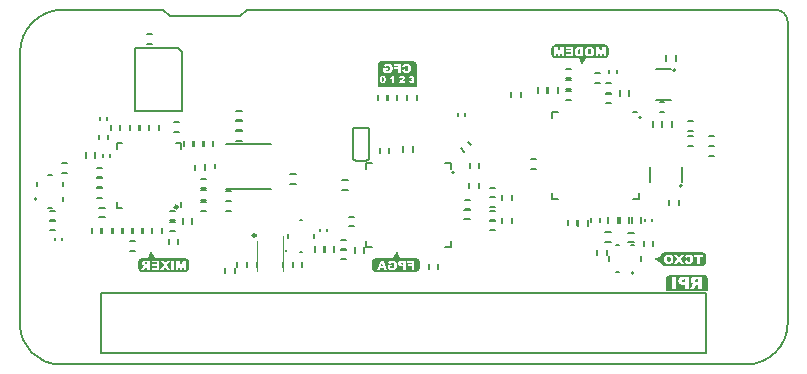
<source format=gbo>
G04*
G04 #@! TF.GenerationSoftware,Altium Limited,CircuitStudio,1.5.2 (30)*
G04*
G04 Layer_Color=52428*
%FSLAX25Y25*%
%MOIN*%
G70*
G01*
G75*
%ADD49C,0.00800*%
%ADD55C,0.00600*%
%ADD56C,0.00500*%
%ADD103C,0.00787*%
%ADD173C,0.00984*%
%ADD174C,0.00984*%
%ADD175C,0.00394*%
G36*
X1262876Y732681D02*
X1248676D01*
Y736481D01*
X1262876D01*
Y732681D01*
D02*
G37*
G36*
X1090576Y730681D02*
X1074576D01*
Y734481D01*
X1090576D01*
Y730681D01*
D02*
G37*
G36*
X1167376D02*
X1152376D01*
Y734481D01*
X1167376D01*
Y730681D01*
D02*
G37*
G36*
X1230276Y801881D02*
X1212276D01*
Y805681D01*
X1230276D01*
Y801881D01*
D02*
G37*
G36*
X1166376Y796381D02*
X1166776D01*
Y792581D01*
X1153976D01*
Y796381D01*
X1154376D01*
Y800081D01*
X1166376D01*
Y796381D01*
D02*
G37*
G36*
X1079538Y734806D02*
X1077188Y734806D01*
X1078363Y737156D01*
X1079538Y734806D01*
D02*
G37*
G36*
X1161363Y734806D02*
X1159013Y734806D01*
X1160188Y737156D01*
X1161363Y734806D01*
D02*
G37*
G36*
X1223238Y801556D02*
X1222063Y799206D01*
X1220888Y801556D01*
X1223238Y801556D01*
D02*
G37*
G36*
X1248251Y733419D02*
X1245901Y734594D01*
X1248251Y735769D01*
X1248251Y733419D01*
D02*
G37*
G36*
X1263476Y724381D02*
X1250476D01*
Y728781D01*
X1263476D01*
Y724381D01*
D02*
G37*
%LPC*%
G36*
X1222377Y805252D02*
X1220918D01*
X1220879Y805246D01*
X1220840D01*
X1220746Y805235D01*
X1220635Y805224D01*
X1220524Y805202D01*
X1220413Y805174D01*
X1220313Y805135D01*
X1220307D01*
X1220302Y805130D01*
X1220268Y805113D01*
X1220224Y805091D01*
X1220163Y805052D01*
X1220096Y805008D01*
X1220024Y804952D01*
X1219958Y804885D01*
X1219891Y804813D01*
X1219885Y804802D01*
X1219863Y804774D01*
X1219835Y804736D01*
X1219796Y804675D01*
X1219758Y804603D01*
X1219719Y804519D01*
X1219685Y804425D01*
X1219652Y804325D01*
Y804319D01*
X1219647Y804314D01*
Y804297D01*
X1219641Y804275D01*
X1219630Y804220D01*
X1219613Y804147D01*
X1219597Y804059D01*
X1219586Y803959D01*
X1219580Y803853D01*
X1219575Y803737D01*
Y803731D01*
Y803714D01*
Y803692D01*
Y803659D01*
X1219580Y803615D01*
Y803570D01*
X1219591Y803459D01*
X1219602Y803343D01*
X1219625Y803215D01*
X1219652Y803093D01*
X1219691Y802982D01*
Y802976D01*
X1219697Y802971D01*
X1219713Y802938D01*
X1219736Y802888D01*
X1219769Y802826D01*
X1219813Y802754D01*
X1219869Y802682D01*
X1219930Y802604D01*
X1220002Y802532D01*
X1220013Y802527D01*
X1220035Y802505D01*
X1220074Y802471D01*
X1220124Y802432D01*
X1220191Y802394D01*
X1220257Y802355D01*
X1220335Y802316D01*
X1220418Y802288D01*
X1220424D01*
X1220429Y802283D01*
X1220446D01*
X1220468Y802277D01*
X1220529Y802266D01*
X1220607Y802249D01*
X1220690Y802233D01*
X1220790Y802221D01*
X1220884Y802216D01*
X1220984Y802210D01*
X1222377D01*
Y805252D01*
D02*
G37*
G36*
X1081122Y734102D02*
X1078602D01*
Y733452D01*
X1080178D01*
Y732970D01*
X1078718D01*
Y732348D01*
X1080178D01*
Y731749D01*
X1078557D01*
Y731060D01*
X1081122D01*
Y734102D01*
D02*
G37*
G36*
X1219081Y805252D02*
X1216561D01*
Y804603D01*
X1218137D01*
Y804120D01*
X1216677D01*
Y803498D01*
X1218137D01*
Y802899D01*
X1216516D01*
Y802210D01*
X1219081D01*
Y805252D01*
D02*
G37*
G36*
X1229953D02*
X1228715D01*
X1228244Y803398D01*
X1227766Y805252D01*
X1226529D01*
Y802210D01*
X1227300D01*
Y804530D01*
X1227894Y802210D01*
X1228593D01*
X1229182Y804530D01*
Y802210D01*
X1229953D01*
Y805252D01*
D02*
G37*
G36*
X1216022D02*
X1214785D01*
X1214313Y803398D01*
X1213836Y805252D01*
X1212598D01*
Y802210D01*
X1213370D01*
Y804530D01*
X1213964Y802210D01*
X1214663D01*
X1215251Y804530D01*
Y802210D01*
X1216022D01*
Y805252D01*
D02*
G37*
G36*
X1078041Y734102D02*
X1076365D01*
X1076326Y734096D01*
X1076226Y734091D01*
X1076121Y734085D01*
X1076010Y734068D01*
X1075904Y734052D01*
X1075810Y734024D01*
X1075799Y734019D01*
X1075771Y734007D01*
X1075727Y733991D01*
X1075677Y733963D01*
X1075616Y733924D01*
X1075555Y733874D01*
X1075494Y733819D01*
X1075438Y733747D01*
X1075433Y733736D01*
X1075416Y733713D01*
X1075394Y733669D01*
X1075366Y733608D01*
X1075338Y733536D01*
X1075316Y733452D01*
X1075299Y733358D01*
X1075294Y733253D01*
Y733242D01*
Y733208D01*
X1075299Y733164D01*
X1075305Y733103D01*
X1075322Y733036D01*
X1075338Y732964D01*
X1075366Y732886D01*
X1075405Y732814D01*
X1075410Y732809D01*
X1075422Y732786D01*
X1075449Y732753D01*
X1075483Y732709D01*
X1075527Y732664D01*
X1075577Y732614D01*
X1075638Y732564D01*
X1075705Y732520D01*
X1075710Y732514D01*
X1075727Y732509D01*
X1075755Y732492D01*
X1075788Y732476D01*
X1075838Y732459D01*
X1075893Y732437D01*
X1075960Y732420D01*
X1076032Y732398D01*
X1076027D01*
X1076004Y732387D01*
X1075977Y732376D01*
X1075938Y732365D01*
X1075860Y732326D01*
X1075821Y732309D01*
X1075788Y732287D01*
X1075777Y732281D01*
X1075766Y732270D01*
X1075749Y732254D01*
X1075727Y732231D01*
X1075705Y732204D01*
X1075671Y732170D01*
X1075638Y732126D01*
X1075632Y732120D01*
X1075621Y732104D01*
X1075605Y732082D01*
X1075583Y732059D01*
X1075538Y731993D01*
X1075521Y731965D01*
X1075505Y731937D01*
X1075044Y731060D01*
X1076110D01*
X1076615Y731987D01*
X1076620Y731993D01*
X1076632Y732015D01*
X1076648Y732048D01*
X1076670Y732082D01*
X1076726Y732159D01*
X1076759Y732193D01*
X1076787Y732220D01*
X1076793Y732226D01*
X1076804Y732231D01*
X1076826Y732242D01*
X1076853Y732259D01*
X1076887Y732270D01*
X1076926Y732281D01*
X1076970Y732287D01*
X1077020Y732293D01*
X1077098D01*
Y731060D01*
X1078041D01*
Y734102D01*
D02*
G37*
G36*
X1261874Y728609D02*
X1259640D01*
X1259588Y728601D01*
X1259455Y728594D01*
X1259314Y728586D01*
X1259166Y728564D01*
X1259025Y728542D01*
X1258900Y728505D01*
X1258885Y728498D01*
X1258848Y728483D01*
X1258789Y728461D01*
X1258722Y728424D01*
X1258641Y728372D01*
X1258559Y728305D01*
X1258478Y728231D01*
X1258404Y728135D01*
X1258396Y728120D01*
X1258374Y728091D01*
X1258345Y728031D01*
X1258308Y727950D01*
X1258271Y727854D01*
X1258241Y727743D01*
X1258219Y727617D01*
X1258211Y727477D01*
Y727462D01*
Y727417D01*
X1258219Y727358D01*
X1258226Y727277D01*
X1258248Y727188D01*
X1258271Y727092D01*
X1258308Y726988D01*
X1258359Y726892D01*
X1258367Y726885D01*
X1258382Y726855D01*
X1258419Y726811D01*
X1258463Y726751D01*
X1258522Y726692D01*
X1258589Y726625D01*
X1258670Y726559D01*
X1258759Y726500D01*
X1258766Y726492D01*
X1258789Y726485D01*
X1258826Y726463D01*
X1258870Y726440D01*
X1258937Y726418D01*
X1259011Y726389D01*
X1259099Y726367D01*
X1259196Y726337D01*
X1259188D01*
X1259159Y726322D01*
X1259122Y726307D01*
X1259070Y726293D01*
X1258966Y726241D01*
X1258914Y726219D01*
X1258870Y726189D01*
X1258855Y726182D01*
X1258840Y726167D01*
X1258818Y726145D01*
X1258789Y726115D01*
X1258759Y726078D01*
X1258715Y726033D01*
X1258670Y725974D01*
X1258663Y725967D01*
X1258648Y725945D01*
X1258626Y725915D01*
X1258596Y725885D01*
X1258537Y725797D01*
X1258515Y725760D01*
X1258493Y725723D01*
X1257878Y724553D01*
X1259299D01*
X1259973Y725789D01*
X1259980Y725797D01*
X1259995Y725826D01*
X1260017Y725871D01*
X1260047Y725915D01*
X1260121Y726019D01*
X1260165Y726063D01*
X1260202Y726100D01*
X1260209Y726108D01*
X1260224Y726115D01*
X1260254Y726130D01*
X1260291Y726152D01*
X1260335Y726167D01*
X1260387Y726182D01*
X1260446Y726189D01*
X1260513Y726196D01*
X1260616D01*
Y724553D01*
X1261874D01*
Y728609D01*
D02*
G37*
G36*
X1250889Y736102D02*
X1250817D01*
X1250767Y736096D01*
X1250700Y736091D01*
X1250628Y736080D01*
X1250545Y736068D01*
X1250461Y736052D01*
X1250367Y736030D01*
X1250273Y736002D01*
X1250173Y735969D01*
X1250078Y735930D01*
X1249984Y735880D01*
X1249890Y735824D01*
X1249807Y735763D01*
X1249723Y735691D01*
X1249718Y735685D01*
X1249707Y735674D01*
X1249685Y735647D01*
X1249657Y735619D01*
X1249629Y735574D01*
X1249590Y735525D01*
X1249551Y735463D01*
X1249512Y735397D01*
X1249474Y735319D01*
X1249440Y735236D01*
X1249401Y735142D01*
X1249374Y735042D01*
X1249346Y734931D01*
X1249324Y734814D01*
X1249313Y734687D01*
X1249307Y734553D01*
Y734548D01*
Y734531D01*
Y734503D01*
Y734465D01*
X1249313Y734420D01*
X1249318Y734365D01*
X1249324Y734309D01*
X1249329Y734242D01*
X1249352Y734104D01*
X1249385Y733959D01*
X1249429Y733815D01*
X1249490Y733676D01*
Y733671D01*
X1249496Y733660D01*
X1249507Y733643D01*
X1249524Y733621D01*
X1249562Y733560D01*
X1249623Y733482D01*
X1249696Y733399D01*
X1249784Y733310D01*
X1249884Y733227D01*
X1250006Y733149D01*
X1250012D01*
X1250023Y733144D01*
X1250040Y733133D01*
X1250067Y733121D01*
X1250101Y733105D01*
X1250140Y733088D01*
X1250184Y733072D01*
X1250239Y733055D01*
X1250301Y733038D01*
X1250362Y733021D01*
X1250506Y732988D01*
X1250672Y732966D01*
X1250856Y732961D01*
X1250939D01*
X1250983Y732966D01*
X1251033Y732972D01*
X1251089D01*
X1251155Y732983D01*
X1251288Y732999D01*
X1251427Y733027D01*
X1251571Y733066D01*
X1251705Y733121D01*
X1251710D01*
X1251721Y733127D01*
X1251738Y733138D01*
X1251760Y733155D01*
X1251821Y733194D01*
X1251899Y733249D01*
X1251988Y733316D01*
X1252077Y733410D01*
X1252171Y733516D01*
X1252254Y733638D01*
Y733643D01*
X1252265Y733654D01*
X1252271Y733676D01*
X1252287Y733704D01*
X1252304Y733738D01*
X1252321Y733776D01*
X1252337Y733826D01*
X1252354Y733882D01*
X1252376Y733943D01*
X1252393Y734009D01*
X1252409Y734082D01*
X1252426Y734165D01*
X1252448Y734337D01*
X1252460Y734526D01*
Y734537D01*
Y734559D01*
X1252454Y734598D01*
Y734648D01*
X1252448Y734709D01*
X1252437Y734781D01*
X1252426Y734864D01*
X1252409Y734947D01*
X1252387Y735042D01*
X1252360Y735136D01*
X1252326Y735230D01*
X1252287Y735330D01*
X1252238Y735425D01*
X1252182Y735519D01*
X1252121Y735602D01*
X1252049Y735685D01*
X1252043Y735691D01*
X1252027Y735702D01*
X1252004Y735724D01*
X1251971Y735752D01*
X1251927Y735780D01*
X1251877Y735819D01*
X1251816Y735858D01*
X1251749Y735896D01*
X1251671Y735935D01*
X1251583Y735969D01*
X1251488Y736007D01*
X1251383Y736035D01*
X1251272Y736063D01*
X1251150Y736085D01*
X1251022Y736096D01*
X1250889Y736102D01*
D02*
G37*
G36*
X1253335Y728609D02*
X1252077D01*
Y724553D01*
X1253335D01*
Y728609D01*
D02*
G37*
G36*
X1257486D02*
X1255340D01*
X1255296Y728601D01*
X1255237D01*
X1255170Y728594D01*
X1255022Y728572D01*
X1254859Y728527D01*
X1254689Y728468D01*
X1254526Y728394D01*
X1254452Y728342D01*
X1254386Y728283D01*
X1254378D01*
X1254371Y728268D01*
X1254356Y728246D01*
X1254334Y728224D01*
X1254275Y728150D01*
X1254215Y728046D01*
X1254156Y727913D01*
X1254097Y727758D01*
X1254060Y727573D01*
X1254045Y727477D01*
Y727365D01*
Y727358D01*
Y727336D01*
Y727306D01*
X1254053Y727262D01*
Y727210D01*
X1254067Y727151D01*
X1254090Y727018D01*
X1254134Y726862D01*
X1254201Y726699D01*
X1254245Y726618D01*
X1254289Y726544D01*
X1254349Y726470D01*
X1254415Y726404D01*
X1254423D01*
X1254430Y726389D01*
X1254452Y726374D01*
X1254482Y726352D01*
X1254526Y726322D01*
X1254571Y726293D01*
X1254630Y726263D01*
X1254696Y726233D01*
X1254770Y726204D01*
X1254852Y726174D01*
X1254948Y726145D01*
X1255052Y726115D01*
X1255163Y726093D01*
X1255281Y726078D01*
X1255407Y726070D01*
X1255547Y726063D01*
X1256228D01*
Y724553D01*
X1257486D01*
Y728609D01*
D02*
G37*
G36*
X1255862Y736052D02*
X1254824D01*
X1254291Y735114D01*
X1253764Y736052D01*
X1252737D01*
X1253686Y734576D01*
X1252648Y733010D01*
X1253703D01*
X1254308Y733987D01*
X1254907Y733010D01*
X1255956D01*
X1254907Y734592D01*
X1255862Y736052D01*
D02*
G37*
G36*
X1224475Y805302D02*
X1224403D01*
X1224353Y805296D01*
X1224286Y805291D01*
X1224214Y805280D01*
X1224131Y805268D01*
X1224048Y805252D01*
X1223954Y805230D01*
X1223859Y805202D01*
X1223759Y805169D01*
X1223665Y805130D01*
X1223571Y805080D01*
X1223476Y805024D01*
X1223393Y804963D01*
X1223310Y804891D01*
X1223304Y804885D01*
X1223293Y804874D01*
X1223271Y804847D01*
X1223243Y804819D01*
X1223215Y804774D01*
X1223176Y804725D01*
X1223138Y804663D01*
X1223099Y804597D01*
X1223060Y804519D01*
X1223027Y804436D01*
X1222988Y804342D01*
X1222960Y804242D01*
X1222932Y804131D01*
X1222910Y804014D01*
X1222899Y803887D01*
X1222893Y803753D01*
Y803748D01*
Y803731D01*
Y803703D01*
Y803664D01*
X1222899Y803620D01*
X1222904Y803565D01*
X1222910Y803509D01*
X1222916Y803442D01*
X1222938Y803304D01*
X1222971Y803160D01*
X1223015Y803015D01*
X1223077Y802876D01*
Y802871D01*
X1223082Y802860D01*
X1223093Y802843D01*
X1223110Y802821D01*
X1223149Y802760D01*
X1223210Y802682D01*
X1223282Y802599D01*
X1223371Y802510D01*
X1223471Y802427D01*
X1223593Y802349D01*
X1223598D01*
X1223609Y802344D01*
X1223626Y802332D01*
X1223654Y802321D01*
X1223687Y802305D01*
X1223726Y802288D01*
X1223770Y802271D01*
X1223826Y802255D01*
X1223887Y802238D01*
X1223948Y802221D01*
X1224092Y802188D01*
X1224259Y802166D01*
X1224442Y802160D01*
X1224525D01*
X1224570Y802166D01*
X1224619Y802172D01*
X1224675D01*
X1224742Y802183D01*
X1224875Y802199D01*
X1225014Y802227D01*
X1225158Y802266D01*
X1225291Y802321D01*
X1225297D01*
X1225308Y802327D01*
X1225324Y802338D01*
X1225346Y802355D01*
X1225408Y802394D01*
X1225485Y802449D01*
X1225574Y802516D01*
X1225663Y802610D01*
X1225757Y802715D01*
X1225840Y802838D01*
Y802843D01*
X1225852Y802854D01*
X1225857Y802876D01*
X1225874Y802904D01*
X1225890Y802938D01*
X1225907Y802976D01*
X1225924Y803026D01*
X1225940Y803082D01*
X1225963Y803143D01*
X1225979Y803209D01*
X1225996Y803282D01*
X1226013Y803365D01*
X1226035Y803537D01*
X1226046Y803726D01*
Y803737D01*
Y803759D01*
X1226040Y803798D01*
Y803848D01*
X1226035Y803909D01*
X1226024Y803981D01*
X1226013Y804064D01*
X1225996Y804147D01*
X1225974Y804242D01*
X1225946Y804336D01*
X1225913Y804430D01*
X1225874Y804530D01*
X1225824Y804625D01*
X1225768Y804719D01*
X1225707Y804802D01*
X1225635Y804885D01*
X1225630Y804891D01*
X1225613Y804902D01*
X1225591Y804924D01*
X1225557Y804952D01*
X1225513Y804980D01*
X1225463Y805019D01*
X1225402Y805058D01*
X1225335Y805096D01*
X1225258Y805135D01*
X1225169Y805169D01*
X1225075Y805207D01*
X1224969Y805235D01*
X1224858Y805263D01*
X1224736Y805285D01*
X1224608Y805296D01*
X1224475Y805302D01*
D02*
G37*
G36*
X1262244Y736052D02*
X1259386D01*
Y735303D01*
X1260346D01*
Y733010D01*
X1261284D01*
Y735303D01*
X1262244D01*
Y736052D01*
D02*
G37*
G36*
X1257532Y736102D02*
X1257477D01*
X1257438Y736096D01*
X1257388D01*
X1257332Y736091D01*
X1257271Y736085D01*
X1257205Y736074D01*
X1257055Y736046D01*
X1256905Y736002D01*
X1256761Y735946D01*
X1256694Y735908D01*
X1256627Y735869D01*
X1256622D01*
X1256611Y735858D01*
X1256594Y735847D01*
X1256572Y735824D01*
X1256544Y735802D01*
X1256511Y735769D01*
X1256478Y735736D01*
X1256439Y735691D01*
X1256400Y735647D01*
X1256361Y735591D01*
X1256317Y735536D01*
X1256278Y735469D01*
X1256239Y735397D01*
X1256200Y735325D01*
X1256167Y735242D01*
X1256134Y735153D01*
X1256966Y734970D01*
Y734975D01*
X1256972Y734992D01*
X1256983Y735019D01*
X1256994Y735047D01*
X1257027Y735114D01*
X1257044Y735142D01*
X1257060Y735169D01*
X1257066Y735175D01*
X1257071Y735186D01*
X1257094Y735208D01*
X1257116Y735230D01*
X1257177Y735286D01*
X1257255Y735336D01*
X1257260Y735341D01*
X1257271Y735347D01*
X1257299Y735358D01*
X1257327Y735369D01*
X1257366Y735380D01*
X1257410Y735386D01*
X1257460Y735397D01*
X1257543D01*
X1257560Y735391D01*
X1257621Y735386D01*
X1257693Y735364D01*
X1257771Y735336D01*
X1257854Y735286D01*
X1257932Y735225D01*
X1257965Y735181D01*
X1257998Y735136D01*
X1258004Y735125D01*
X1258021Y735103D01*
X1258037Y735053D01*
X1258059Y734992D01*
X1258087Y734908D01*
X1258104Y734809D01*
X1258121Y734687D01*
X1258126Y734542D01*
Y734537D01*
Y734520D01*
Y734492D01*
Y734459D01*
X1258121Y734420D01*
Y734370D01*
X1258109Y734265D01*
X1258087Y734154D01*
X1258065Y734037D01*
X1258026Y733932D01*
X1258004Y733887D01*
X1257976Y733848D01*
X1257971Y733843D01*
X1257948Y733821D01*
X1257910Y733793D01*
X1257865Y733760D01*
X1257804Y733721D01*
X1257726Y733693D01*
X1257643Y733671D01*
X1257543Y733665D01*
X1257499D01*
X1257449Y733671D01*
X1257388Y733682D01*
X1257321Y733704D01*
X1257255Y733726D01*
X1257188Y733765D01*
X1257133Y733815D01*
X1257127Y733821D01*
X1257110Y733843D01*
X1257083Y733876D01*
X1257055Y733926D01*
X1257022Y733987D01*
X1256988Y734065D01*
X1256955Y734154D01*
X1256927Y734259D01*
X1256106Y734004D01*
Y733998D01*
X1256111Y733987D01*
X1256117Y733971D01*
X1256122Y733948D01*
X1256139Y733882D01*
X1256172Y733804D01*
X1256206Y733710D01*
X1256256Y733615D01*
X1256306Y733521D01*
X1256372Y733427D01*
X1256378Y733416D01*
X1256406Y733388D01*
X1256444Y733349D01*
X1256494Y733293D01*
X1256561Y733238D01*
X1256633Y733182D01*
X1256722Y733127D01*
X1256816Y733077D01*
X1256822D01*
X1256827Y733072D01*
X1256844Y733066D01*
X1256861Y733060D01*
X1256922Y733038D01*
X1256999Y733021D01*
X1257094Y732999D01*
X1257210Y732977D01*
X1257343Y732966D01*
X1257488Y732961D01*
X1257571D01*
X1257615Y732966D01*
X1257660D01*
X1257715Y732972D01*
X1257776Y732977D01*
X1257904Y732994D01*
X1258043Y733021D01*
X1258176Y733055D01*
X1258304Y733099D01*
X1258309D01*
X1258315Y733105D01*
X1258331Y733116D01*
X1258354Y733127D01*
X1258415Y733166D01*
X1258487Y733216D01*
X1258570Y733288D01*
X1258664Y733371D01*
X1258753Y733477D01*
X1258842Y733604D01*
Y733610D01*
X1258853Y733621D01*
X1258864Y733643D01*
X1258875Y733671D01*
X1258892Y733704D01*
X1258914Y733749D01*
X1258936Y733799D01*
X1258953Y733860D01*
X1258975Y733921D01*
X1258997Y733993D01*
X1259014Y734070D01*
X1259036Y734154D01*
X1259047Y734242D01*
X1259058Y734337D01*
X1259070Y734537D01*
Y734548D01*
Y734570D01*
X1259064Y734609D01*
Y734659D01*
X1259058Y734725D01*
X1259047Y734797D01*
X1259036Y734875D01*
X1259020Y734964D01*
X1258997Y735058D01*
X1258970Y735153D01*
X1258942Y735247D01*
X1258903Y735347D01*
X1258853Y735441D01*
X1258803Y735530D01*
X1258742Y735619D01*
X1258670Y735697D01*
X1258664Y735702D01*
X1258653Y735713D01*
X1258626Y735736D01*
X1258598Y735758D01*
X1258553Y735791D01*
X1258503Y735824D01*
X1258448Y735863D01*
X1258376Y735902D01*
X1258304Y735935D01*
X1258215Y735974D01*
X1258121Y736007D01*
X1258021Y736041D01*
X1257910Y736063D01*
X1257793Y736085D01*
X1257665Y736096D01*
X1257532Y736102D01*
D02*
G37*
G36*
X1158674Y734102D02*
X1158546D01*
X1158502Y734096D01*
X1158391Y734091D01*
X1158269Y734080D01*
X1158141Y734063D01*
X1158025Y734041D01*
X1157969Y734024D01*
X1157919Y734007D01*
X1157914D01*
X1157908Y734002D01*
X1157875Y733991D01*
X1157830Y733969D01*
X1157775Y733941D01*
X1157708Y733902D01*
X1157636Y733852D01*
X1157570Y733791D01*
X1157503Y733724D01*
X1157497Y733713D01*
X1157475Y733691D01*
X1157448Y733647D01*
X1157409Y733591D01*
X1157370Y733525D01*
X1157325Y733441D01*
X1157286Y733347D01*
X1157253Y733242D01*
X1158158Y733081D01*
Y733086D01*
X1158169Y733108D01*
X1158186Y733142D01*
X1158202Y733181D01*
X1158230Y733219D01*
X1158263Y733264D01*
X1158308Y733303D01*
X1158352Y733341D01*
X1158358Y733347D01*
X1158374Y733358D01*
X1158408Y733369D01*
X1158447Y733391D01*
X1158496Y733408D01*
X1158552Y733419D01*
X1158619Y733430D01*
X1158696Y733436D01*
X1158724D01*
X1158746Y733430D01*
X1158802Y733425D01*
X1158874Y733408D01*
X1158951Y733386D01*
X1159035Y733347D01*
X1159118Y733291D01*
X1159190Y733219D01*
X1159196Y733208D01*
X1159218Y733181D01*
X1159246Y733125D01*
X1159279Y733053D01*
X1159318Y732959D01*
X1159329Y732903D01*
X1159346Y732842D01*
X1159357Y732775D01*
X1159368Y732703D01*
X1159373Y732625D01*
Y732542D01*
Y732537D01*
Y732520D01*
Y732498D01*
X1159368Y732465D01*
Y732420D01*
X1159362Y732376D01*
X1159351Y732270D01*
X1159329Y732154D01*
X1159296Y732037D01*
X1159251Y731926D01*
X1159223Y731882D01*
X1159190Y731837D01*
X1159179Y731826D01*
X1159157Y731804D01*
X1159112Y731771D01*
X1159051Y731732D01*
X1158979Y731693D01*
X1158891Y731660D01*
X1158785Y731638D01*
X1158669Y731627D01*
X1158613D01*
X1158574Y731632D01*
X1158524Y731638D01*
X1158474Y731643D01*
X1158369Y731671D01*
X1158363D01*
X1158341Y731682D01*
X1158313Y731693D01*
X1158274Y731710D01*
X1158224Y731726D01*
X1158169Y731754D01*
X1158102Y731787D01*
X1158036Y731826D01*
Y732115D01*
X1158669D01*
Y732748D01*
X1157214D01*
Y731449D01*
X1157220Y731443D01*
X1157231Y731438D01*
X1157253Y731421D01*
X1157286Y731404D01*
X1157320Y731382D01*
X1157364Y731355D01*
X1157464Y731293D01*
X1157581Y731232D01*
X1157708Y731166D01*
X1157836Y731105D01*
X1157958Y731060D01*
X1157964D01*
X1157975Y731055D01*
X1157991Y731049D01*
X1158014Y731044D01*
X1158047Y731038D01*
X1158080Y731027D01*
X1158125Y731021D01*
X1158169Y731010D01*
X1158280Y730994D01*
X1158413Y730977D01*
X1158558Y730966D01*
X1158718Y730961D01*
X1158768D01*
X1158807Y730966D01*
X1158857D01*
X1158907Y730972D01*
X1158968Y730977D01*
X1159035Y730983D01*
X1159173Y731005D01*
X1159323Y731038D01*
X1159468Y731083D01*
X1159606Y731144D01*
X1159612D01*
X1159623Y731155D01*
X1159640Y731166D01*
X1159662Y731177D01*
X1159723Y731221D01*
X1159801Y731282D01*
X1159884Y731355D01*
X1159973Y731449D01*
X1160056Y731560D01*
X1160134Y731687D01*
Y731693D01*
X1160139Y731704D01*
X1160150Y731726D01*
X1160161Y731754D01*
X1160178Y731787D01*
X1160189Y731826D01*
X1160206Y731876D01*
X1160223Y731932D01*
X1160245Y731987D01*
X1160261Y732054D01*
X1160289Y732198D01*
X1160311Y732359D01*
X1160317Y732531D01*
Y732537D01*
Y732553D01*
Y732581D01*
X1160311Y732614D01*
Y732659D01*
X1160306Y732709D01*
X1160300Y732764D01*
X1160289Y732825D01*
X1160267Y732959D01*
X1160228Y733103D01*
X1160178Y733247D01*
X1160112Y733391D01*
Y733397D01*
X1160100Y733408D01*
X1160089Y733425D01*
X1160073Y733452D01*
X1160028Y733519D01*
X1159962Y733602D01*
X1159873Y733691D01*
X1159773Y733785D01*
X1159651Y733874D01*
X1159512Y733952D01*
X1159507D01*
X1159495Y733957D01*
X1159479Y733969D01*
X1159457Y733974D01*
X1159423Y733985D01*
X1159384Y734002D01*
X1159340Y734013D01*
X1159290Y734030D01*
X1159235Y734041D01*
X1159168Y734052D01*
X1159101Y734068D01*
X1159029Y734080D01*
X1158946Y734091D01*
X1158863Y734096D01*
X1158674Y734102D01*
D02*
G37*
G36*
X1166100Y734052D02*
X1163774D01*
Y733397D01*
X1165156D01*
Y732870D01*
X1163974D01*
Y732254D01*
X1165156D01*
Y731010D01*
X1166100D01*
Y734052D01*
D02*
G37*
G36*
X1163275D02*
X1161666D01*
X1161632Y734046D01*
X1161588D01*
X1161538Y734041D01*
X1161427Y734024D01*
X1161305Y733991D01*
X1161177Y733946D01*
X1161055Y733891D01*
X1160999Y733852D01*
X1160950Y733808D01*
X1160944D01*
X1160938Y733797D01*
X1160927Y733780D01*
X1160911Y733763D01*
X1160866Y733708D01*
X1160822Y733630D01*
X1160777Y733530D01*
X1160733Y733414D01*
X1160705Y733275D01*
X1160694Y733203D01*
Y733119D01*
Y733114D01*
Y733097D01*
Y733075D01*
X1160700Y733042D01*
Y733003D01*
X1160711Y732959D01*
X1160728Y732859D01*
X1160761Y732742D01*
X1160811Y732620D01*
X1160844Y732559D01*
X1160877Y732503D01*
X1160922Y732448D01*
X1160972Y732398D01*
X1160977D01*
X1160983Y732387D01*
X1160999Y732376D01*
X1161022Y732359D01*
X1161055Y732337D01*
X1161088Y732315D01*
X1161133Y732293D01*
X1161183Y732270D01*
X1161238Y732248D01*
X1161299Y732226D01*
X1161371Y732204D01*
X1161449Y732182D01*
X1161532Y732165D01*
X1161621Y732154D01*
X1161715Y732148D01*
X1161821Y732143D01*
X1162331D01*
Y731010D01*
X1163275D01*
Y734052D01*
D02*
G37*
G36*
X1165166Y795621D02*
X1165124D01*
X1164987Y795613D01*
X1164925Y795608D01*
X1164866Y795596D01*
X1164812Y795583D01*
X1164762Y795571D01*
X1164717Y795559D01*
X1164679Y795546D01*
X1164642Y795529D01*
X1164608Y795517D01*
X1164583Y795504D01*
X1164563Y795492D01*
X1164542Y795479D01*
X1164529Y795475D01*
X1164525Y795467D01*
X1164521D01*
X1164446Y795405D01*
X1164388Y795334D01*
X1164338Y795259D01*
X1164301Y795188D01*
X1164271Y795126D01*
X1164263Y795097D01*
X1164251Y795072D01*
X1164246Y795055D01*
X1164242Y795039D01*
X1164238Y795030D01*
Y795026D01*
X1164837Y794922D01*
X1164850Y794980D01*
X1164862Y795030D01*
X1164879Y795068D01*
X1164891Y795101D01*
X1164908Y795126D01*
X1164916Y795143D01*
X1164925Y795151D01*
X1164929Y795155D01*
X1164958Y795180D01*
X1164987Y795197D01*
X1165016Y795209D01*
X1165045Y795217D01*
X1165074Y795222D01*
X1165095Y795226D01*
X1165112D01*
X1165153Y795222D01*
X1165187Y795217D01*
X1165216Y795205D01*
X1165241Y795197D01*
X1165261Y795184D01*
X1165274Y795172D01*
X1165282Y795167D01*
X1165287Y795163D01*
X1165307Y795138D01*
X1165324Y795109D01*
X1165332Y795084D01*
X1165341Y795055D01*
X1165345Y795034D01*
X1165349Y795014D01*
Y795001D01*
Y794997D01*
X1165345Y794959D01*
X1165336Y794922D01*
X1165320Y794889D01*
X1165307Y794864D01*
X1165291Y794839D01*
X1165274Y794822D01*
X1165266Y794814D01*
X1165261Y794810D01*
X1165228Y794785D01*
X1165195Y794768D01*
X1165158Y794752D01*
X1165128Y794743D01*
X1165099Y794739D01*
X1165074Y794735D01*
X1165028D01*
X1164999Y794739D01*
X1164970D01*
X1164941Y794290D01*
X1164987Y794302D01*
X1165028Y794311D01*
X1165062Y794319D01*
X1165091Y794323D01*
X1165116Y794327D01*
X1165145D01*
X1165195Y794323D01*
X1165241Y794315D01*
X1165278Y794298D01*
X1165311Y794286D01*
X1165336Y794269D01*
X1165353Y794252D01*
X1165366Y794244D01*
X1165370Y794240D01*
X1165399Y794202D01*
X1165420Y794165D01*
X1165432Y794123D01*
X1165444Y794086D01*
X1165449Y794048D01*
X1165453Y794019D01*
Y794003D01*
Y793994D01*
X1165449Y793940D01*
X1165440Y793890D01*
X1165424Y793845D01*
X1165411Y793811D01*
X1165395Y793782D01*
X1165378Y793761D01*
X1165370Y793749D01*
X1165366Y793745D01*
X1165332Y793716D01*
X1165299Y793691D01*
X1165261Y793674D01*
X1165228Y793666D01*
X1165199Y793657D01*
X1165174Y793653D01*
X1165153D01*
X1165108Y793657D01*
X1165070Y793666D01*
X1165033Y793674D01*
X1165004Y793691D01*
X1164983Y793703D01*
X1164962Y793712D01*
X1164954Y793720D01*
X1164950Y793724D01*
X1164925Y793757D01*
X1164900Y793799D01*
X1164866Y793886D01*
X1164854Y793928D01*
X1164845Y793961D01*
X1164837Y793982D01*
Y793990D01*
X1164205Y793903D01*
X1164230Y793828D01*
X1164259Y793757D01*
X1164284Y793699D01*
X1164313Y793645D01*
X1164338Y793603D01*
X1164359Y793574D01*
X1164375Y793558D01*
X1164380Y793549D01*
X1164425Y793499D01*
X1164475Y793458D01*
X1164525Y793420D01*
X1164571Y793391D01*
X1164613Y793366D01*
X1164646Y793350D01*
X1164667Y793341D01*
X1164675Y793337D01*
X1164750Y793312D01*
X1164829Y793295D01*
X1164912Y793283D01*
X1164991Y793275D01*
X1165058Y793270D01*
X1165091D01*
X1165116Y793266D01*
X1165166D01*
X1165278Y793270D01*
X1165382Y793283D01*
X1165469Y793295D01*
X1165544Y793316D01*
X1165603Y793333D01*
X1165628Y793341D01*
X1165644Y793345D01*
X1165661Y793354D01*
X1165673Y793358D01*
X1165678Y793362D01*
X1165682D01*
X1165752Y793404D01*
X1165811Y793449D01*
X1165860Y793495D01*
X1165906Y793541D01*
X1165940Y793582D01*
X1165960Y793616D01*
X1165977Y793637D01*
X1165981Y793645D01*
X1166019Y793716D01*
X1166044Y793782D01*
X1166064Y793845D01*
X1166077Y793907D01*
X1166085Y793957D01*
X1166089Y793994D01*
Y794019D01*
Y794024D01*
Y794028D01*
X1166085Y794086D01*
X1166081Y794136D01*
X1166068Y794182D01*
X1166056Y794223D01*
X1166044Y794252D01*
X1166035Y794277D01*
X1166027Y794294D01*
X1166023Y794298D01*
X1165998Y794340D01*
X1165969Y794377D01*
X1165940Y794410D01*
X1165911Y794435D01*
X1165886Y794456D01*
X1165865Y794473D01*
X1165852Y794481D01*
X1165848Y794485D01*
X1165819Y794502D01*
X1165786Y794514D01*
X1165723Y794539D01*
X1165694Y794548D01*
X1165669Y794556D01*
X1165652Y794560D01*
X1165648D01*
X1165707Y794593D01*
X1165757Y794631D01*
X1165798Y794668D01*
X1165831Y794697D01*
X1165856Y794727D01*
X1165873Y794747D01*
X1165886Y794764D01*
X1165890Y794768D01*
X1165919Y794814D01*
X1165940Y794860D01*
X1165952Y794905D01*
X1165965Y794947D01*
X1165969Y794980D01*
X1165973Y795009D01*
Y795026D01*
Y795034D01*
X1165969Y795080D01*
X1165965Y795126D01*
X1165944Y795209D01*
X1165911Y795280D01*
X1165873Y795338D01*
X1165836Y795388D01*
X1165806Y795425D01*
X1165781Y795446D01*
X1165777Y795455D01*
X1165773D01*
X1165732Y795484D01*
X1165690Y795509D01*
X1165586Y795550D01*
X1165482Y795579D01*
X1165374Y795600D01*
X1165324Y795608D01*
X1165278Y795613D01*
X1165236Y795617D01*
X1165199D01*
X1165166Y795621D01*
D02*
G37*
G36*
X1162008D02*
X1161954D01*
X1161842Y795617D01*
X1161742Y795608D01*
X1161655Y795596D01*
X1161584Y795579D01*
X1161526Y795563D01*
X1161484Y795550D01*
X1161459Y795542D01*
X1161455Y795538D01*
X1161451D01*
X1161384Y795504D01*
X1161330Y795467D01*
X1161280Y795430D01*
X1161243Y795392D01*
X1161210Y795359D01*
X1161185Y795334D01*
X1161172Y795317D01*
X1161168Y795309D01*
X1161135Y795247D01*
X1161106Y795180D01*
X1161085Y795113D01*
X1161064Y795047D01*
X1161052Y794984D01*
X1161043Y794939D01*
X1161039Y794918D01*
X1161035Y794905D01*
Y794897D01*
Y794893D01*
X1161671Y794843D01*
X1161684Y794910D01*
X1161696Y794964D01*
X1161713Y795009D01*
X1161730Y795047D01*
X1161746Y795076D01*
X1161759Y795097D01*
X1161767Y795105D01*
X1161771Y795109D01*
X1161805Y795134D01*
X1161838Y795155D01*
X1161871Y795167D01*
X1161900Y795180D01*
X1161929Y795184D01*
X1161950Y795188D01*
X1161971D01*
X1162013Y795184D01*
X1162050Y795176D01*
X1162083Y795163D01*
X1162112Y795151D01*
X1162137Y795138D01*
X1162154Y795126D01*
X1162162Y795118D01*
X1162167Y795113D01*
X1162191Y795084D01*
X1162212Y795055D01*
X1162225Y795026D01*
X1162237Y794997D01*
X1162241Y794972D01*
X1162245Y794951D01*
Y794939D01*
Y794935D01*
X1162241Y794897D01*
X1162233Y794864D01*
X1162221Y794826D01*
X1162208Y794797D01*
X1162191Y794768D01*
X1162179Y794747D01*
X1162171Y794735D01*
X1162167Y794731D01*
X1162150Y794710D01*
X1162129Y794685D01*
X1162079Y794635D01*
X1162017Y794585D01*
X1161959Y794531D01*
X1161900Y794485D01*
X1161854Y794448D01*
X1161834Y794435D01*
X1161821Y794423D01*
X1161813Y794419D01*
X1161809Y794415D01*
X1161726Y794352D01*
X1161651Y794294D01*
X1161580Y794236D01*
X1161518Y794182D01*
X1161459Y794128D01*
X1161409Y794082D01*
X1161364Y794036D01*
X1161326Y793994D01*
X1161293Y793957D01*
X1161260Y793924D01*
X1161239Y793894D01*
X1161218Y793874D01*
X1161201Y793853D01*
X1161193Y793840D01*
X1161189Y793832D01*
X1161185Y793828D01*
X1161131Y793736D01*
X1161085Y793641D01*
X1161052Y793553D01*
X1161027Y793474D01*
X1161006Y793404D01*
X1161002Y793374D01*
X1160997Y793350D01*
X1160993Y793333D01*
X1160989Y793316D01*
Y793308D01*
Y793304D01*
X1162895D01*
Y793820D01*
X1161900D01*
X1161963Y793874D01*
X1162008Y793920D01*
X1162025Y793932D01*
X1162037Y793944D01*
X1162046Y793949D01*
X1162050Y793953D01*
X1162079Y793978D01*
X1162117Y794007D01*
X1162162Y794036D01*
X1162204Y794065D01*
X1162245Y794094D01*
X1162279Y794119D01*
X1162300Y794136D01*
X1162308Y794140D01*
X1162366Y794182D01*
X1162420Y794223D01*
X1162470Y794265D01*
X1162516Y794302D01*
X1162553Y794340D01*
X1162591Y794373D01*
X1162653Y794435D01*
X1162699Y794485D01*
X1162728Y794523D01*
X1162749Y794548D01*
X1162753Y794556D01*
X1162795Y794627D01*
X1162824Y794697D01*
X1162849Y794768D01*
X1162861Y794826D01*
X1162869Y794880D01*
X1162878Y794922D01*
Y794935D01*
Y794947D01*
Y794951D01*
Y794955D01*
X1162874Y795026D01*
X1162861Y795093D01*
X1162844Y795155D01*
X1162824Y795205D01*
X1162803Y795251D01*
X1162786Y795280D01*
X1162774Y795301D01*
X1162770Y795309D01*
X1162728Y795363D01*
X1162678Y795413D01*
X1162628Y795450D01*
X1162582Y795484D01*
X1162541Y795509D01*
X1162503Y795529D01*
X1162483Y795538D01*
X1162479Y795542D01*
X1162474D01*
X1162399Y795567D01*
X1162316Y795588D01*
X1162229Y795600D01*
X1162146Y795613D01*
X1162071Y795617D01*
X1162037D01*
X1162008Y795621D01*
D02*
G37*
G36*
X1159288D02*
X1158764D01*
X1158722Y795542D01*
X1158676Y795471D01*
X1158630Y795409D01*
X1158585Y795359D01*
X1158543Y795313D01*
X1158510Y795280D01*
X1158489Y795263D01*
X1158485Y795255D01*
X1158481D01*
X1158410Y795201D01*
X1158327Y795155D01*
X1158244Y795113D01*
X1158165Y795076D01*
X1158094Y795047D01*
X1158060Y795034D01*
X1158036Y795022D01*
X1158011Y795018D01*
X1157994Y795009D01*
X1157986Y795005D01*
X1157981D01*
Y794489D01*
X1158060Y794514D01*
X1158131Y794535D01*
X1158189Y794560D01*
X1158244Y794581D01*
X1158285Y794598D01*
X1158319Y794610D01*
X1158335Y794618D01*
X1158343Y794623D01*
X1158397Y794652D01*
X1158452Y794685D01*
X1158506Y794718D01*
X1158551Y794747D01*
X1158589Y794776D01*
X1158622Y794797D01*
X1158639Y794814D01*
X1158647Y794818D01*
Y793304D01*
X1159288D01*
Y795621D01*
D02*
G37*
G36*
X1155648D02*
X1155610D01*
X1155523Y795617D01*
X1155440Y795608D01*
X1155365Y795596D01*
X1155294Y795579D01*
X1155232Y795559D01*
X1155173Y795538D01*
X1155119Y795513D01*
X1155074Y795492D01*
X1155032Y795467D01*
X1154995Y795442D01*
X1154965Y795421D01*
X1154941Y795400D01*
X1154920Y795384D01*
X1154907Y795371D01*
X1154899Y795363D01*
X1154895Y795359D01*
X1154853Y795305D01*
X1154820Y795247D01*
X1154787Y795180D01*
X1154762Y795109D01*
X1154720Y794959D01*
X1154691Y794810D01*
X1154683Y794739D01*
X1154674Y794672D01*
X1154670Y794610D01*
X1154666Y794556D01*
X1154662Y794514D01*
Y794481D01*
Y794460D01*
Y794452D01*
X1154666Y794356D01*
X1154670Y794265D01*
X1154679Y794182D01*
X1154687Y794111D01*
X1154695Y794048D01*
X1154699Y794003D01*
X1154703Y793986D01*
X1154708Y793974D01*
Y793969D01*
Y793965D01*
X1154724Y793890D01*
X1154745Y793820D01*
X1154766Y793761D01*
X1154787Y793716D01*
X1154803Y793674D01*
X1154820Y793649D01*
X1154828Y793628D01*
X1154832Y793624D01*
X1154878Y793562D01*
X1154928Y793508D01*
X1154974Y793462D01*
X1155024Y793424D01*
X1155061Y793395D01*
X1155095Y793374D01*
X1155115Y793362D01*
X1155124Y793358D01*
X1155194Y793329D01*
X1155273Y793304D01*
X1155352Y793287D01*
X1155427Y793279D01*
X1155494Y793270D01*
X1155519D01*
X1155544Y793266D01*
X1155594D01*
X1155685Y793270D01*
X1155773Y793279D01*
X1155852Y793291D01*
X1155922Y793312D01*
X1155989Y793333D01*
X1156047Y793358D01*
X1156101Y793383D01*
X1156147Y793412D01*
X1156189Y793437D01*
X1156222Y793462D01*
X1156251Y793487D01*
X1156276Y793508D01*
X1156297Y793528D01*
X1156309Y793541D01*
X1156313Y793549D01*
X1156318Y793553D01*
X1156355Y793612D01*
X1156388Y793674D01*
X1156417Y793745D01*
X1156442Y793816D01*
X1156480Y793965D01*
X1156505Y794115D01*
X1156513Y794186D01*
X1156517Y794248D01*
X1156521Y794306D01*
X1156526Y794360D01*
X1156530Y794402D01*
Y794431D01*
Y794452D01*
Y794460D01*
X1156526Y794560D01*
X1156521Y794660D01*
X1156509Y794747D01*
X1156496Y794826D01*
X1156484Y794893D01*
X1156480Y794922D01*
X1156476Y794943D01*
X1156471Y794964D01*
X1156467Y794976D01*
X1156463Y794984D01*
Y794989D01*
X1156451Y795039D01*
X1156434Y795080D01*
X1156421Y795122D01*
X1156409Y795155D01*
X1156397Y795184D01*
X1156384Y795205D01*
X1156380Y795217D01*
X1156376Y795222D01*
X1156330Y795296D01*
X1156305Y795330D01*
X1156280Y795355D01*
X1156259Y795380D01*
X1156243Y795396D01*
X1156230Y795409D01*
X1156226Y795413D01*
X1156189Y795446D01*
X1156151Y795475D01*
X1156110Y795500D01*
X1156072Y795521D01*
X1156039Y795538D01*
X1156010Y795554D01*
X1155993Y795559D01*
X1155985Y795563D01*
X1155927Y795583D01*
X1155864Y795596D01*
X1155802Y795608D01*
X1155743Y795613D01*
X1155689Y795617D01*
X1155648Y795621D01*
D02*
G37*
G36*
X1086044Y734102D02*
X1085101D01*
Y731060D01*
X1086044D01*
Y734102D01*
D02*
G37*
G36*
X1163459Y799702D02*
X1163403D01*
X1163364Y799696D01*
X1163314D01*
X1163259Y799691D01*
X1163198Y799685D01*
X1163131Y799674D01*
X1162981Y799646D01*
X1162831Y799602D01*
X1162687Y799546D01*
X1162621Y799508D01*
X1162554Y799469D01*
X1162548D01*
X1162537Y799458D01*
X1162521Y799446D01*
X1162498Y799424D01*
X1162471Y799402D01*
X1162437Y799369D01*
X1162404Y799335D01*
X1162365Y799291D01*
X1162326Y799247D01*
X1162288Y799191D01*
X1162243Y799136D01*
X1162204Y799069D01*
X1162166Y798997D01*
X1162127Y798925D01*
X1162093Y798841D01*
X1162060Y798753D01*
X1162893Y798570D01*
Y798575D01*
X1162898Y798592D01*
X1162909Y798620D01*
X1162920Y798647D01*
X1162954Y798714D01*
X1162970Y798742D01*
X1162987Y798769D01*
X1162992Y798775D01*
X1162998Y798786D01*
X1163020Y798808D01*
X1163042Y798830D01*
X1163103Y798886D01*
X1163181Y798936D01*
X1163187Y798941D01*
X1163198Y798947D01*
X1163225Y798958D01*
X1163253Y798969D01*
X1163292Y798980D01*
X1163336Y798986D01*
X1163387Y798997D01*
X1163470D01*
X1163486Y798991D01*
X1163547Y798986D01*
X1163620Y798964D01*
X1163697Y798936D01*
X1163780Y798886D01*
X1163858Y798825D01*
X1163892Y798780D01*
X1163925Y798736D01*
X1163930Y798725D01*
X1163947Y798703D01*
X1163964Y798653D01*
X1163986Y798592D01*
X1164014Y798509D01*
X1164030Y798409D01*
X1164047Y798286D01*
X1164052Y798142D01*
Y798137D01*
Y798120D01*
Y798092D01*
Y798059D01*
X1164047Y798020D01*
Y797970D01*
X1164036Y797865D01*
X1164014Y797754D01*
X1163991Y797637D01*
X1163953Y797532D01*
X1163930Y797487D01*
X1163903Y797448D01*
X1163897Y797443D01*
X1163875Y797421D01*
X1163836Y797393D01*
X1163792Y797360D01*
X1163731Y797321D01*
X1163653Y797293D01*
X1163570Y797271D01*
X1163470Y797265D01*
X1163425D01*
X1163375Y797271D01*
X1163314Y797282D01*
X1163248Y797304D01*
X1163181Y797326D01*
X1163114Y797365D01*
X1163059Y797415D01*
X1163054Y797421D01*
X1163037Y797443D01*
X1163009Y797476D01*
X1162981Y797526D01*
X1162948Y797587D01*
X1162915Y797665D01*
X1162881Y797754D01*
X1162854Y797859D01*
X1162032Y797604D01*
Y797598D01*
X1162038Y797587D01*
X1162043Y797571D01*
X1162049Y797548D01*
X1162066Y797482D01*
X1162099Y797404D01*
X1162132Y797310D01*
X1162182Y797215D01*
X1162232Y797121D01*
X1162299Y797027D01*
X1162304Y797016D01*
X1162332Y796988D01*
X1162371Y796949D01*
X1162421Y796894D01*
X1162487Y796838D01*
X1162560Y796782D01*
X1162648Y796727D01*
X1162743Y796677D01*
X1162748D01*
X1162754Y796671D01*
X1162770Y796666D01*
X1162787Y796660D01*
X1162848Y796638D01*
X1162926Y796622D01*
X1163020Y796599D01*
X1163137Y796577D01*
X1163270Y796566D01*
X1163414Y796560D01*
X1163498D01*
X1163542Y796566D01*
X1163586D01*
X1163642Y796572D01*
X1163703Y796577D01*
X1163830Y796594D01*
X1163969Y796622D01*
X1164102Y796655D01*
X1164230Y796699D01*
X1164236D01*
X1164241Y796705D01*
X1164258Y796716D01*
X1164280Y796727D01*
X1164341Y796766D01*
X1164413Y796816D01*
X1164497Y796888D01*
X1164591Y796971D01*
X1164680Y797077D01*
X1164768Y797204D01*
Y797210D01*
X1164779Y797221D01*
X1164791Y797243D01*
X1164802Y797271D01*
X1164818Y797304D01*
X1164841Y797349D01*
X1164863Y797399D01*
X1164879Y797460D01*
X1164902Y797521D01*
X1164924Y797593D01*
X1164940Y797671D01*
X1164963Y797754D01*
X1164974Y797843D01*
X1164985Y797937D01*
X1164996Y798137D01*
Y798148D01*
Y798170D01*
X1164990Y798209D01*
Y798259D01*
X1164985Y798325D01*
X1164974Y798397D01*
X1164963Y798475D01*
X1164946Y798564D01*
X1164924Y798658D01*
X1164896Y798753D01*
X1164868Y798847D01*
X1164830Y798947D01*
X1164779Y799041D01*
X1164730Y799130D01*
X1164668Y799219D01*
X1164596Y799297D01*
X1164591Y799302D01*
X1164580Y799313D01*
X1164552Y799335D01*
X1164524Y799358D01*
X1164480Y799391D01*
X1164430Y799424D01*
X1164374Y799463D01*
X1164302Y799502D01*
X1164230Y799535D01*
X1164141Y799574D01*
X1164047Y799607D01*
X1163947Y799641D01*
X1163836Y799663D01*
X1163719Y799685D01*
X1163592Y799696D01*
X1163459Y799702D01*
D02*
G37*
G36*
X1090107Y734102D02*
X1088869D01*
X1088398Y732248D01*
X1087920Y734102D01*
X1086683D01*
Y731060D01*
X1087454D01*
Y733380D01*
X1088048Y731060D01*
X1088747D01*
X1089336Y733380D01*
Y731060D01*
X1090107D01*
Y734102D01*
D02*
G37*
G36*
X1084640D02*
X1083602D01*
X1083070Y733164D01*
X1082542Y734102D01*
X1081516D01*
X1082465Y732625D01*
X1081427Y731060D01*
X1082481D01*
X1083086Y732037D01*
X1083686Y731060D01*
X1084735D01*
X1083686Y732642D01*
X1084640Y734102D01*
D02*
G37*
G36*
X1161572Y799652D02*
X1159246D01*
Y798997D01*
X1160628D01*
Y798470D01*
X1159446D01*
Y797854D01*
X1160628D01*
Y796610D01*
X1161572D01*
Y799652D01*
D02*
G37*
G36*
X1157215Y799702D02*
X1157087D01*
X1157043Y799696D01*
X1156932Y799691D01*
X1156810Y799680D01*
X1156682Y799663D01*
X1156565Y799641D01*
X1156510Y799624D01*
X1156460Y799607D01*
X1156454D01*
X1156449Y799602D01*
X1156416Y799591D01*
X1156371Y799569D01*
X1156316Y799541D01*
X1156249Y799502D01*
X1156177Y799452D01*
X1156110Y799391D01*
X1156044Y799324D01*
X1156038Y799313D01*
X1156016Y799291D01*
X1155988Y799247D01*
X1155949Y799191D01*
X1155911Y799125D01*
X1155866Y799041D01*
X1155827Y798947D01*
X1155794Y798841D01*
X1156699Y798681D01*
Y798686D01*
X1156710Y798708D01*
X1156726Y798742D01*
X1156743Y798780D01*
X1156771Y798819D01*
X1156804Y798864D01*
X1156849Y798903D01*
X1156893Y798941D01*
X1156898Y798947D01*
X1156915Y798958D01*
X1156948Y798969D01*
X1156987Y798991D01*
X1157037Y799008D01*
X1157093Y799019D01*
X1157159Y799030D01*
X1157237Y799036D01*
X1157265D01*
X1157287Y799030D01*
X1157343Y799025D01*
X1157415Y799008D01*
X1157492Y798986D01*
X1157576Y798947D01*
X1157659Y798891D01*
X1157731Y798819D01*
X1157737Y798808D01*
X1157759Y798780D01*
X1157786Y798725D01*
X1157820Y798653D01*
X1157859Y798559D01*
X1157870Y798503D01*
X1157886Y798442D01*
X1157897Y798375D01*
X1157909Y798303D01*
X1157914Y798225D01*
Y798142D01*
Y798137D01*
Y798120D01*
Y798098D01*
X1157909Y798065D01*
Y798020D01*
X1157903Y797976D01*
X1157892Y797870D01*
X1157870Y797754D01*
X1157837Y797637D01*
X1157792Y797526D01*
X1157764Y797482D01*
X1157731Y797437D01*
X1157720Y797426D01*
X1157698Y797404D01*
X1157653Y797371D01*
X1157592Y797332D01*
X1157520Y797293D01*
X1157431Y797260D01*
X1157326Y797238D01*
X1157209Y797226D01*
X1157154D01*
X1157115Y797232D01*
X1157065Y797238D01*
X1157015Y797243D01*
X1156910Y797271D01*
X1156904D01*
X1156882Y797282D01*
X1156854Y797293D01*
X1156815Y797310D01*
X1156765Y797326D01*
X1156710Y797354D01*
X1156643Y797387D01*
X1156577Y797426D01*
Y797715D01*
X1157209D01*
Y798348D01*
X1155755D01*
Y797049D01*
X1155761Y797043D01*
X1155772Y797038D01*
X1155794Y797021D01*
X1155827Y797005D01*
X1155861Y796982D01*
X1155905Y796954D01*
X1156005Y796894D01*
X1156122Y796832D01*
X1156249Y796766D01*
X1156377Y796705D01*
X1156499Y796660D01*
X1156505D01*
X1156516Y796655D01*
X1156532Y796649D01*
X1156554Y796644D01*
X1156588Y796638D01*
X1156621Y796627D01*
X1156665Y796622D01*
X1156710Y796610D01*
X1156821Y796594D01*
X1156954Y796577D01*
X1157098Y796566D01*
X1157259Y796560D01*
X1157309D01*
X1157348Y796566D01*
X1157398D01*
X1157448Y796572D01*
X1157509Y796577D01*
X1157576Y796583D01*
X1157714Y796605D01*
X1157864Y796638D01*
X1158008Y796683D01*
X1158147Y796744D01*
X1158153D01*
X1158164Y796755D01*
X1158181Y796766D01*
X1158203Y796777D01*
X1158264Y796821D01*
X1158342Y796882D01*
X1158425Y796954D01*
X1158514Y797049D01*
X1158597Y797160D01*
X1158675Y797288D01*
Y797293D01*
X1158680Y797304D01*
X1158691Y797326D01*
X1158702Y797354D01*
X1158719Y797387D01*
X1158730Y797426D01*
X1158747Y797476D01*
X1158763Y797532D01*
X1158786Y797587D01*
X1158802Y797654D01*
X1158830Y797798D01*
X1158852Y797959D01*
X1158858Y798131D01*
Y798137D01*
Y798153D01*
Y798181D01*
X1158852Y798214D01*
Y798259D01*
X1158847Y798309D01*
X1158841Y798364D01*
X1158830Y798425D01*
X1158808Y798559D01*
X1158769Y798703D01*
X1158719Y798847D01*
X1158652Y798991D01*
Y798997D01*
X1158641Y799008D01*
X1158630Y799025D01*
X1158613Y799052D01*
X1158569Y799119D01*
X1158502Y799202D01*
X1158414Y799291D01*
X1158314Y799385D01*
X1158192Y799474D01*
X1158053Y799552D01*
X1158047D01*
X1158036Y799557D01*
X1158020Y799569D01*
X1157997Y799574D01*
X1157964Y799585D01*
X1157925Y799602D01*
X1157881Y799613D01*
X1157831Y799630D01*
X1157775Y799641D01*
X1157709Y799652D01*
X1157642Y799669D01*
X1157570Y799680D01*
X1157487Y799691D01*
X1157404Y799696D01*
X1157215Y799702D01*
D02*
G37*
G36*
X1155827Y734052D02*
X1154795D01*
X1153651Y731010D01*
X1154639D01*
X1154789Y731510D01*
X1155855D01*
X1156005Y731010D01*
X1156965D01*
X1155827Y734052D01*
D02*
G37*
%LPD*%
G36*
X1256228Y726885D02*
X1255866D01*
X1255799Y726892D01*
X1255725Y726899D01*
X1255644Y726914D01*
X1255555Y726936D01*
X1255481Y726966D01*
X1255414Y727003D01*
X1255407Y727010D01*
X1255392Y727025D01*
X1255370Y727055D01*
X1255340Y727092D01*
X1255311Y727136D01*
X1255288Y727195D01*
X1255274Y727254D01*
X1255266Y727328D01*
Y727336D01*
Y727358D01*
X1255274Y727395D01*
X1255281Y727439D01*
X1255296Y727491D01*
X1255325Y727551D01*
X1255355Y727602D01*
X1255399Y727654D01*
X1255407Y727662D01*
X1255422Y727676D01*
X1255459Y727699D01*
X1255503Y727721D01*
X1255570Y727743D01*
X1255651Y727765D01*
X1255755Y727780D01*
X1255873Y727787D01*
X1256228D01*
Y726885D01*
D02*
G37*
G36*
X1260616Y726966D02*
X1260047D01*
X1260017Y726973D01*
X1259973Y726981D01*
X1259913Y726988D01*
X1259839Y727003D01*
X1259758Y727018D01*
X1259751D01*
X1259736Y727025D01*
X1259714Y727033D01*
X1259684Y727040D01*
X1259617Y727077D01*
X1259580Y727107D01*
X1259551Y727143D01*
X1259543Y727151D01*
X1259536Y727166D01*
X1259521Y727180D01*
X1259506Y727210D01*
X1259484Y727284D01*
X1259469Y727328D01*
Y727380D01*
Y727388D01*
Y727410D01*
X1259477Y727447D01*
X1259484Y727491D01*
X1259499Y727536D01*
X1259521Y727588D01*
X1259551Y727632D01*
X1259595Y727676D01*
X1259603Y727684D01*
X1259617Y727691D01*
X1259654Y727713D01*
X1259699Y727736D01*
X1259765Y727750D01*
X1259847Y727773D01*
X1259950Y727780D01*
X1260069Y727787D01*
X1260616D01*
Y726966D01*
D02*
G37*
G36*
X1155644Y795192D02*
X1155689Y795176D01*
X1155731Y795151D01*
X1155764Y795122D01*
X1155789Y795093D01*
X1155806Y795068D01*
X1155818Y795051D01*
X1155822Y795043D01*
X1155835Y795009D01*
X1155847Y794972D01*
X1155860Y794926D01*
X1155868Y794880D01*
X1155881Y794781D01*
X1155893Y794677D01*
X1155897Y794585D01*
Y794539D01*
X1155902Y794506D01*
Y794473D01*
Y794452D01*
Y794435D01*
Y794431D01*
Y794323D01*
X1155897Y794232D01*
X1155889Y794152D01*
X1155885Y794090D01*
X1155877Y794040D01*
X1155868Y794007D01*
X1155864Y793986D01*
Y793978D01*
X1155852Y793928D01*
X1155835Y793882D01*
X1155818Y793849D01*
X1155802Y793816D01*
X1155785Y793795D01*
X1155773Y793778D01*
X1155764Y793770D01*
X1155760Y793766D01*
X1155731Y793745D01*
X1155702Y793728D01*
X1155677Y793716D01*
X1155648Y793707D01*
X1155627Y793703D01*
X1155606Y793699D01*
X1155589D01*
X1155540Y793707D01*
X1155494Y793724D01*
X1155456Y793749D01*
X1155423Y793778D01*
X1155398Y793807D01*
X1155381Y793832D01*
X1155369Y793849D01*
X1155365Y793857D01*
X1155352Y793890D01*
X1155340Y793928D01*
X1155332Y793969D01*
X1155323Y794015D01*
X1155307Y794115D01*
X1155298Y794215D01*
X1155294Y794306D01*
Y794348D01*
X1155290Y794381D01*
Y794410D01*
Y794431D01*
Y794448D01*
Y794452D01*
Y794531D01*
X1155294Y794602D01*
X1155298Y794664D01*
X1155303Y794727D01*
X1155307Y794776D01*
X1155311Y794826D01*
X1155319Y794868D01*
X1155327Y794905D01*
X1155332Y794939D01*
X1155340Y794968D01*
X1155344Y794989D01*
X1155348Y795005D01*
X1155352Y795022D01*
X1155357Y795030D01*
X1155361Y795039D01*
X1155390Y795093D01*
X1155427Y795134D01*
X1155465Y795163D01*
X1155502Y795180D01*
X1155535Y795192D01*
X1155565Y795197D01*
X1155581Y795201D01*
X1155589D01*
X1155644Y795192D01*
D02*
G37*
G36*
X1224525Y804586D02*
X1224581Y804580D01*
X1224642Y804564D01*
X1224714Y804541D01*
X1224792Y804503D01*
X1224869Y804453D01*
X1224936Y804386D01*
X1224941Y804375D01*
X1224964Y804347D01*
X1224991Y804297D01*
X1225019Y804231D01*
X1225036Y804186D01*
X1225052Y804136D01*
X1225069Y804081D01*
X1225080Y804025D01*
X1225091Y803959D01*
X1225102Y803887D01*
X1225108Y803809D01*
Y803726D01*
Y803720D01*
Y803703D01*
Y803681D01*
X1225102Y803653D01*
Y803615D01*
X1225097Y803570D01*
X1225086Y803470D01*
X1225069Y803365D01*
X1225036Y803254D01*
X1224997Y803148D01*
X1224969Y803104D01*
X1224941Y803065D01*
X1224936Y803054D01*
X1224908Y803032D01*
X1224869Y803004D01*
X1224819Y802965D01*
X1224753Y802926D01*
X1224669Y802899D01*
X1224575Y802876D01*
X1224470Y802865D01*
X1224442D01*
X1224420Y802871D01*
X1224364Y802876D01*
X1224298Y802888D01*
X1224225Y802915D01*
X1224148Y802949D01*
X1224070Y802993D01*
X1224003Y803060D01*
X1223998Y803071D01*
X1223976Y803098D01*
X1223965Y803121D01*
X1223948Y803148D01*
X1223931Y803182D01*
X1223915Y803220D01*
X1223903Y803265D01*
X1223887Y803315D01*
X1223870Y803376D01*
X1223859Y803437D01*
X1223848Y803509D01*
X1223837Y803587D01*
X1223831Y803670D01*
Y803764D01*
Y803770D01*
Y803781D01*
Y803803D01*
Y803837D01*
X1223837Y803870D01*
X1223843Y803909D01*
X1223854Y804003D01*
X1223876Y804103D01*
X1223903Y804208D01*
X1223948Y804308D01*
X1224009Y804392D01*
X1224014Y804403D01*
X1224042Y804425D01*
X1224081Y804453D01*
X1224131Y804492D01*
X1224198Y804530D01*
X1224281Y804558D01*
X1224375Y804580D01*
X1224481Y804591D01*
X1224492D01*
X1224525Y804586D01*
D02*
G37*
G36*
X1221439Y802904D02*
X1221162D01*
X1221112Y802910D01*
X1221045D01*
X1220979Y802921D01*
X1220907Y802932D01*
X1220846Y802943D01*
X1220790Y802965D01*
X1220784Y802971D01*
X1220768Y802976D01*
X1220746Y802993D01*
X1220718Y803021D01*
X1220685Y803049D01*
X1220651Y803087D01*
X1220618Y803137D01*
X1220590Y803193D01*
X1220585Y803198D01*
X1220579Y803226D01*
X1220568Y803265D01*
X1220551Y803320D01*
X1220540Y803393D01*
X1220529Y803487D01*
X1220524Y803592D01*
X1220518Y803720D01*
Y803726D01*
Y803742D01*
Y803764D01*
Y803798D01*
X1220524Y803837D01*
Y803881D01*
X1220540Y803986D01*
X1220557Y804092D01*
X1220585Y804203D01*
X1220623Y804303D01*
X1220651Y804342D01*
X1220679Y804381D01*
X1220685Y804386D01*
X1220712Y804408D01*
X1220751Y804436D01*
X1220807Y804475D01*
X1220879Y804508D01*
X1220968Y804536D01*
X1221079Y804558D01*
X1221206Y804564D01*
X1221439D01*
Y802904D01*
D02*
G37*
G36*
X1077098Y732870D02*
X1076670D01*
X1076648Y732875D01*
X1076615Y732881D01*
X1076571Y732886D01*
X1076515Y732897D01*
X1076454Y732908D01*
X1076448D01*
X1076437Y732914D01*
X1076421Y732920D01*
X1076398Y732925D01*
X1076348Y732953D01*
X1076321Y732975D01*
X1076299Y733003D01*
X1076293Y733008D01*
X1076287Y733019D01*
X1076276Y733031D01*
X1076265Y733053D01*
X1076249Y733108D01*
X1076237Y733142D01*
Y733181D01*
Y733186D01*
Y733203D01*
X1076243Y733230D01*
X1076249Y733264D01*
X1076260Y733297D01*
X1076276Y733336D01*
X1076299Y733369D01*
X1076332Y733402D01*
X1076337Y733408D01*
X1076348Y733414D01*
X1076376Y733430D01*
X1076410Y733447D01*
X1076460Y733458D01*
X1076521Y733475D01*
X1076598Y733480D01*
X1076687Y733486D01*
X1077098D01*
Y732870D01*
D02*
G37*
G36*
X1250939Y735386D02*
X1250994Y735380D01*
X1251055Y735364D01*
X1251128Y735341D01*
X1251205Y735303D01*
X1251283Y735253D01*
X1251350Y735186D01*
X1251355Y735175D01*
X1251377Y735147D01*
X1251405Y735097D01*
X1251433Y735031D01*
X1251449Y734986D01*
X1251466Y734936D01*
X1251483Y734881D01*
X1251494Y734825D01*
X1251505Y734759D01*
X1251516Y734687D01*
X1251521Y734609D01*
Y734526D01*
Y734520D01*
Y734503D01*
Y734481D01*
X1251516Y734453D01*
Y734415D01*
X1251510Y734370D01*
X1251499Y734270D01*
X1251483Y734165D01*
X1251449Y734054D01*
X1251410Y733948D01*
X1251383Y733904D01*
X1251355Y733865D01*
X1251350Y733854D01*
X1251322Y733832D01*
X1251283Y733804D01*
X1251233Y733765D01*
X1251166Y733726D01*
X1251083Y733699D01*
X1250989Y733676D01*
X1250883Y733665D01*
X1250856D01*
X1250833Y733671D01*
X1250778Y733676D01*
X1250711Y733687D01*
X1250639Y733715D01*
X1250561Y733749D01*
X1250484Y733793D01*
X1250417Y733860D01*
X1250412Y733871D01*
X1250389Y733898D01*
X1250378Y733921D01*
X1250362Y733948D01*
X1250345Y733982D01*
X1250328Y734021D01*
X1250317Y734065D01*
X1250301Y734115D01*
X1250284Y734176D01*
X1250273Y734237D01*
X1250262Y734309D01*
X1250251Y734387D01*
X1250245Y734470D01*
Y734564D01*
Y734570D01*
Y734581D01*
Y734603D01*
Y734637D01*
X1250251Y734670D01*
X1250256Y734709D01*
X1250267Y734803D01*
X1250289Y734903D01*
X1250317Y735008D01*
X1250362Y735108D01*
X1250423Y735192D01*
X1250428Y735203D01*
X1250456Y735225D01*
X1250495Y735253D01*
X1250545Y735291D01*
X1250611Y735330D01*
X1250695Y735358D01*
X1250789Y735380D01*
X1250894Y735391D01*
X1250906D01*
X1250939Y735386D01*
D02*
G37*
G36*
X1162331Y732759D02*
X1162059D01*
X1162010Y732764D01*
X1161954Y732770D01*
X1161893Y732781D01*
X1161826Y732797D01*
X1161771Y732820D01*
X1161721Y732847D01*
X1161715Y732853D01*
X1161704Y732864D01*
X1161688Y732886D01*
X1161666Y732914D01*
X1161643Y732947D01*
X1161627Y732992D01*
X1161615Y733036D01*
X1161610Y733092D01*
Y733097D01*
Y733114D01*
X1161615Y733142D01*
X1161621Y733175D01*
X1161632Y733214D01*
X1161654Y733258D01*
X1161677Y733297D01*
X1161710Y733336D01*
X1161715Y733341D01*
X1161726Y733353D01*
X1161754Y733369D01*
X1161788Y733386D01*
X1161837Y733402D01*
X1161899Y733419D01*
X1161976Y733430D01*
X1162065Y733436D01*
X1162331D01*
Y732759D01*
D02*
G37*
G36*
X1155655Y732170D02*
X1154989D01*
X1155322Y733258D01*
X1155655Y732170D01*
D02*
G37*
D49*
X1241525Y781757D02*
G03*
X1241525Y781757I-300J0D01*
G01*
X1103383Y772868D02*
X1118383D01*
X1103383Y757868D02*
X1118383D01*
D55*
X1155176Y800281D02*
G03*
X1154176Y799281I0J-1000D01*
G01*
X1166576D02*
G03*
X1165576Y800281I-1000J0D01*
G01*
X1167576Y733581D02*
G03*
X1166576Y734581I-1000J0D01*
G01*
X1153176D02*
G03*
X1152176Y733581I0J-1000D01*
G01*
X1166576Y730581D02*
G03*
X1167576Y731581I0J1000D01*
G01*
X1152176D02*
G03*
X1153176Y730581I1000J0D01*
G01*
X1089776D02*
G03*
X1090776Y731581I0J1000D01*
G01*
Y733581D02*
G03*
X1089776Y734581I-1000J0D01*
G01*
X1075276D02*
G03*
X1074276Y733581I0J-1000D01*
G01*
Y731581D02*
G03*
X1075276Y730581I1000J0D01*
G01*
X1230476Y804781D02*
G03*
X1229476Y805781I-1000J0D01*
G01*
Y801781D02*
G03*
X1230476Y802781I0J1000D01*
G01*
X1213076Y805781D02*
G03*
X1212076Y804781I0J-1000D01*
G01*
Y802781D02*
G03*
X1213076Y801781I1000J0D01*
G01*
X1248476Y733581D02*
G03*
X1249476Y732581I1000J0D01*
G01*
Y736581D02*
G03*
X1248476Y735581I0J-1000D01*
G01*
X1263076D02*
G03*
X1262076Y736581I-1000J0D01*
G01*
Y732581D02*
G03*
X1263076Y733581I0J1000D01*
G01*
X1263476Y728081D02*
G03*
X1262476Y729081I-1000J0D01*
G01*
X1251276D02*
G03*
X1250276Y728081I0J-1000D01*
G01*
X1154176Y792381D02*
X1166576D01*
Y796381D01*
X1154176Y792381D02*
Y799281D01*
X1155176Y800281D02*
X1165576D01*
X1166576Y796381D02*
Y799281D01*
X1153176Y734581D02*
X1166576D01*
X1167576Y731581D02*
Y733581D01*
X1152176Y731581D02*
Y733581D01*
X1153176Y730581D02*
X1166576D01*
X1075276D02*
X1089776D01*
X1090776Y731581D02*
Y733581D01*
X1075276Y734581D02*
X1089776D01*
X1074276Y731581D02*
Y733581D01*
X1213076Y805781D02*
X1229476D01*
X1230476Y802781D02*
Y804781D01*
X1213076Y801781D02*
X1229476D01*
X1212076Y802781D02*
Y804781D01*
X1248476Y733581D02*
Y735581D01*
X1249476Y732581D02*
X1262076D01*
X1249476Y736581D02*
X1262076D01*
X1263076Y733581D02*
Y735581D01*
X1250276Y724381D02*
Y728081D01*
Y724381D02*
X1263476D01*
Y724381D02*
Y724381D01*
Y724381D02*
Y728081D01*
X1251276Y729081D02*
X1262476D01*
X1072918Y784077D02*
Y804943D01*
Y784077D02*
X1088666D01*
Y803564D01*
X1087288Y804943D02*
X1088666Y803564D01*
X1072918Y804943D02*
X1087288D01*
X1253205Y800676D02*
Y802501D01*
X1250056Y800676D02*
Y802501D01*
X1251828Y778628D02*
Y780453D01*
X1248678Y778628D02*
Y780453D01*
X1234495Y746691D02*
Y748516D01*
X1237645Y746691D02*
Y748516D01*
X1251101Y752469D02*
Y754294D01*
X1254250Y752469D02*
Y754294D01*
X1056552Y768392D02*
Y770217D01*
X1059702Y768392D02*
Y770217D01*
X1064801Y777569D02*
Y779394D01*
X1067950Y777569D02*
Y779394D01*
X1106698Y777237D02*
X1108523D01*
X1106698Y774087D02*
X1108523D01*
X1106722Y780624D02*
X1108547D01*
X1106722Y777474D02*
X1108547D01*
X1106722Y784068D02*
X1108547D01*
X1106722Y780919D02*
X1108547D01*
X1076899Y809462D02*
X1078724D01*
X1076899Y806313D02*
X1078724D01*
X1124734Y762809D02*
X1126559D01*
X1124734Y759659D02*
X1126559D01*
X1094911Y753655D02*
X1096736D01*
X1094911Y750505D02*
X1096736D01*
X1091985Y746345D02*
Y748170D01*
X1088835Y746345D02*
Y748170D01*
X1094911Y757494D02*
X1096736D01*
X1094911Y754344D02*
X1096736D01*
X1068001Y777569D02*
Y779394D01*
X1071150Y777569D02*
Y779394D01*
X1071201Y777569D02*
Y779394D01*
X1074350Y777569D02*
Y779394D01*
X1085863Y777106D02*
X1087688D01*
X1085863Y780256D02*
X1087688D01*
X1227101Y735869D02*
Y737694D01*
X1230250Y735869D02*
Y737694D01*
X1094911Y761332D02*
X1096736D01*
X1094911Y758183D02*
X1096736D01*
X1081896Y743146D02*
Y744971D01*
X1078747Y743146D02*
Y744971D01*
X1071141Y740515D02*
X1072966D01*
X1071141Y737366D02*
X1072966D01*
X1078747Y743146D02*
Y744971D01*
X1075597Y743146D02*
Y744971D01*
X1061063Y748506D02*
X1062888D01*
X1061063Y751656D02*
X1062888D01*
X1060263Y755106D02*
X1062088D01*
X1060263Y758256D02*
X1062088D01*
X1068904Y743146D02*
Y744971D01*
X1072054Y743146D02*
Y744971D01*
X1060265Y761627D02*
X1062090D01*
X1060265Y758478D02*
X1062090D01*
X1077664Y777546D02*
Y779371D01*
X1080814Y777546D02*
Y779371D01*
X1074501Y777569D02*
Y779394D01*
X1077650Y777569D02*
Y779394D01*
X1058601Y743169D02*
Y744994D01*
X1061750Y743169D02*
Y744994D01*
X1144163Y745506D02*
X1145988D01*
X1144163Y748656D02*
X1145988D01*
X1162457Y770361D02*
Y772186D01*
X1165607Y770361D02*
Y772186D01*
X1170801Y731269D02*
Y733094D01*
X1173950Y731269D02*
Y733094D01*
X1182805Y754344D02*
X1184630D01*
X1182805Y751194D02*
X1184630D01*
X1146301Y736669D02*
Y738494D01*
X1149450Y736669D02*
Y738494D01*
X1142063Y760856D02*
X1143888D01*
X1142063Y757706D02*
X1143888D01*
X1157750Y769783D02*
Y771608D01*
X1154600Y769783D02*
Y771608D01*
X1095801Y772269D02*
Y774094D01*
X1098950Y772269D02*
Y774094D01*
X1216563Y797956D02*
X1218388D01*
X1216563Y794806D02*
X1218388D01*
X1210283Y789998D02*
Y791823D01*
X1207133Y789998D02*
Y791823D01*
X1210676Y789998D02*
Y791823D01*
X1213826Y789998D02*
Y791823D01*
X1229863Y789756D02*
X1231688D01*
X1229863Y786606D02*
X1231688D01*
X1229863Y793256D02*
X1231688D01*
X1229863Y790106D02*
X1231688D01*
X1216563Y794356D02*
X1218388D01*
X1216563Y791206D02*
X1218388D01*
X1216563Y790756D02*
X1218388D01*
X1216563Y787606D02*
X1218388D01*
X1226263Y796556D02*
X1228088D01*
X1226263Y793406D02*
X1228088D01*
X1204843Y767879D02*
X1206668D01*
X1204843Y764730D02*
X1206668D01*
X1230755Y746691D02*
Y748516D01*
X1233905Y746691D02*
Y748516D01*
X1223850Y745769D02*
Y747594D01*
X1220701Y745769D02*
Y747594D01*
X1248678Y778628D02*
Y780453D01*
X1245528Y778628D02*
Y780453D01*
X1229646Y743470D02*
X1231471D01*
X1229646Y740320D02*
X1231471D01*
X1237650Y788969D02*
Y790794D01*
X1234501Y788969D02*
Y790794D01*
X1241779Y746691D02*
Y748516D01*
X1238629Y746691D02*
Y748516D01*
X1242566Y738817D02*
Y740642D01*
X1245716Y738817D02*
Y740642D01*
X1237323Y743273D02*
X1239148D01*
X1237323Y740124D02*
X1239148D01*
X1182763Y747906D02*
X1184588D01*
X1182763Y751056D02*
X1184588D01*
X1113550Y731799D02*
Y733624D01*
X1110401Y731799D02*
Y733624D01*
X1060263Y761806D02*
X1062088D01*
X1060263Y764956D02*
X1062088D01*
X1044616Y747356D02*
X1046441D01*
X1044616Y744206D02*
X1046441D01*
X1044616Y750702D02*
X1046441D01*
X1044616Y747553D02*
X1046441D01*
X1089201Y772269D02*
Y774094D01*
X1092350Y772269D02*
Y774094D01*
X1087450Y739469D02*
Y741294D01*
X1084301Y739469D02*
Y741294D01*
X1201566Y788540D02*
Y790365D01*
X1198417Y788540D02*
Y790365D01*
X1132931Y737039D02*
Y738864D01*
X1136080Y737039D02*
Y738864D01*
X1136231Y737059D02*
Y738884D01*
X1139380Y737059D02*
Y738884D01*
X1141776Y737756D02*
X1143376D01*
X1141776Y734606D02*
X1143376D01*
X1099550Y764781D02*
Y766381D01*
X1096401Y764781D02*
Y766381D01*
X1084787Y750604D02*
X1086387D01*
X1084787Y747454D02*
X1086387D01*
X1224850Y746804D02*
Y748404D01*
X1227999Y746804D02*
Y748404D01*
X1065150Y743281D02*
Y744881D01*
X1062001Y743281D02*
Y744881D01*
X1095650Y772381D02*
Y773981D01*
X1092501Y772381D02*
Y773981D01*
X1065501Y743281D02*
Y744881D01*
X1068650Y743281D02*
Y744881D01*
X1075450Y743281D02*
Y744881D01*
X1072301Y743281D02*
Y744881D01*
X1103376Y757156D02*
X1104976D01*
X1103376Y754006D02*
X1104976D01*
X1103001Y730081D02*
Y731681D01*
X1106150Y730081D02*
Y731681D01*
X1141766Y740986D02*
X1143366D01*
X1141766Y737836D02*
X1143366D01*
X1191259Y747445D02*
X1192859D01*
X1191259Y744295D02*
X1192859D01*
X1184378Y758445D02*
Y760045D01*
X1187528Y758445D02*
Y760045D01*
X1184505Y764961D02*
Y766561D01*
X1187654Y764961D02*
Y766561D01*
X1103376Y753856D02*
X1104976D01*
X1103376Y750706D02*
X1104976D01*
X1060901Y774481D02*
Y776081D01*
X1064050Y774481D02*
Y776081D01*
X1220450Y745881D02*
Y747481D01*
X1217301Y745881D02*
Y747481D01*
X1084787Y747061D02*
X1086387D01*
X1084787Y743911D02*
X1086387D01*
X1191259Y750693D02*
X1192859D01*
X1191259Y747543D02*
X1192859D01*
X1195382Y746766D02*
Y748365D01*
X1198531Y746766D02*
Y748365D01*
X1195382Y754443D02*
Y756043D01*
X1198531Y754443D02*
Y756043D01*
X1191235Y755131D02*
X1192835D01*
X1191235Y751982D02*
X1192835D01*
X1191259Y758370D02*
X1192859D01*
X1191259Y755221D02*
X1192859D01*
X1183871Y773740D02*
X1185003Y772609D01*
X1181644Y771513D02*
X1182776Y770381D01*
X1153961Y787611D02*
Y789211D01*
X1157110Y787611D02*
Y789211D01*
X1157141Y787591D02*
Y789191D01*
X1160290Y787591D02*
Y789191D01*
X1160381Y787601D02*
Y789201D01*
X1163530Y787601D02*
Y789201D01*
X1163741Y787601D02*
Y789201D01*
X1166890Y787601D02*
Y789201D01*
X1110160Y731941D02*
Y733541D01*
X1107011Y731941D02*
Y733541D01*
X1128790Y731871D02*
Y733471D01*
X1125641Y731871D02*
Y733471D01*
X1125600Y731911D02*
Y733511D01*
X1122451Y731911D02*
Y733511D01*
X1264376Y772306D02*
X1265976D01*
X1264376Y775456D02*
X1265976D01*
X1264376Y769006D02*
X1265976D01*
X1264376Y772156D02*
X1265976D01*
X1257376Y772406D02*
X1258976D01*
X1257376Y775556D02*
X1258976D01*
X1257376Y777406D02*
X1258976D01*
X1257376Y780556D02*
X1258976D01*
X1048756Y763336D02*
X1050356D01*
X1048756Y766486D02*
X1050356D01*
X1062251Y768669D02*
Y769456D01*
X1064701Y768669D02*
Y769456D01*
X1231105Y796700D02*
Y797487D01*
X1233555Y796700D02*
Y797487D01*
X1245366Y747229D02*
Y748016D01*
X1242916Y747229D02*
Y748016D01*
X1046272Y740841D02*
Y741629D01*
X1048722Y740841D02*
Y741629D01*
X1183106Y782384D02*
Y783171D01*
X1180656Y782384D02*
Y783171D01*
X1061261Y781109D02*
Y781896D01*
X1063711Y781109D02*
Y781896D01*
X1136991Y743832D02*
Y744619D01*
X1134541Y743832D02*
Y744619D01*
X1255376Y760181D02*
Y765181D01*
X1244776Y760181D02*
Y765181D01*
X1246576Y798081D02*
X1251576D01*
X1246576Y787481D02*
X1251576D01*
X1240924Y754757D02*
Y756757D01*
X1238925Y754757D02*
X1240924D01*
X1211924D02*
X1213925D01*
X1211924D02*
Y756757D01*
Y781757D02*
Y783757D01*
X1213925D01*
X1238925D02*
X1240425D01*
D56*
X1123451Y737360D02*
G03*
X1123057Y737360I-197J0D01*
G01*
D02*
G03*
X1123451Y737360I197J0D01*
G01*
X1127880Y736868D02*
X1128471D01*
X1132476Y741481D02*
Y743056D01*
X1123876Y741481D02*
Y743056D01*
X1127880Y747694D02*
X1128471D01*
X1145778Y778135D02*
X1150836D01*
X1145778Y767942D02*
Y778135D01*
Y767942D02*
X1146565Y767154D01*
X1150836Y767942D02*
Y778135D01*
X1150049Y767154D02*
X1150836Y767942D01*
X1146565Y767154D02*
X1150049D01*
X1247926Y783706D02*
X1249426D01*
X1247926Y786856D02*
X1249426D01*
X1096151Y764431D02*
Y765931D01*
X1093001Y764431D02*
Y765931D01*
X1230865Y734046D02*
X1230867Y735609D01*
X1241667Y734009D02*
Y735609D01*
X1238137Y739238D02*
X1239318D01*
X1233216D02*
X1234397D01*
X1233216Y730379D02*
X1234397D01*
X1043880Y762502D02*
X1045442Y762500D01*
X1043843Y751700D02*
X1045442D01*
X1049072Y754049D02*
Y755230D01*
Y758970D02*
Y760151D01*
X1040213Y758970D02*
Y760151D01*
X1150076Y764733D02*
Y766701D01*
X1152044D01*
X1150076Y738501D02*
X1152044D01*
X1150076D02*
Y740470D01*
X1176307Y738501D02*
X1178276D01*
Y740470D01*
Y764733D02*
Y766701D01*
X1176307D02*
X1178276D01*
X1290528Y813564D02*
G03*
X1286362Y817730I-4166J0D01*
G01*
X1048995D02*
G03*
X1034623Y803358I0J-14372D01*
G01*
X1034623Y712769D02*
G03*
X1047891Y699502I13268J0D01*
G01*
X1276749Y699502D02*
G03*
X1290528Y713281I0J13780D01*
G01*
X1107961Y815466D02*
X1110224Y817730D01*
X1048995D02*
X1082327D01*
X1084591Y815466D01*
X1290528Y767631D02*
Y813564D01*
X1110224Y817730D02*
X1286362D01*
X1290528Y713281D02*
Y718006D01*
X1034623Y796470D02*
Y803358D01*
X1084591Y815466D02*
X1107961D01*
X1290528Y718006D02*
Y767631D01*
X1034623Y712769D02*
X1034623Y796470D01*
X1047891Y699502D02*
X1276749Y699502D01*
D103*
X1239161Y730009D02*
G03*
X1239161Y730009I-394J0D01*
G01*
X1040236Y754600D02*
G03*
X1040236Y754600I-394J0D01*
G01*
X1255269Y759081D02*
G03*
X1255269Y759081I-394J0D01*
G01*
X1253069Y797581D02*
G03*
X1253069Y797581I-394J0D01*
G01*
X1179363Y763401D02*
G03*
X1179363Y763401I-394J0D01*
G01*
X1263363Y703281D02*
Y723281D01*
X1061787Y703281D02*
Y723281D01*
X1263363D01*
X1061787Y703281D02*
X1263363D01*
X1067013Y751715D02*
Y753458D01*
Y751715D02*
X1068757D01*
X1067013Y771372D02*
Y773115D01*
X1068757D01*
X1086670D02*
X1088413D01*
Y771372D02*
Y773115D01*
Y752039D02*
Y753515D01*
D173*
X1113228Y742511D02*
G03*
X1113228Y742511I-492J0D01*
G01*
D174*
X1087162Y751982D02*
G03*
X1087162Y751982I-492J0D01*
G01*
D175*
X1113636Y740611D02*
X1113636Y730524D01*
X1122236Y730599D02*
Y742411D01*
M02*

</source>
